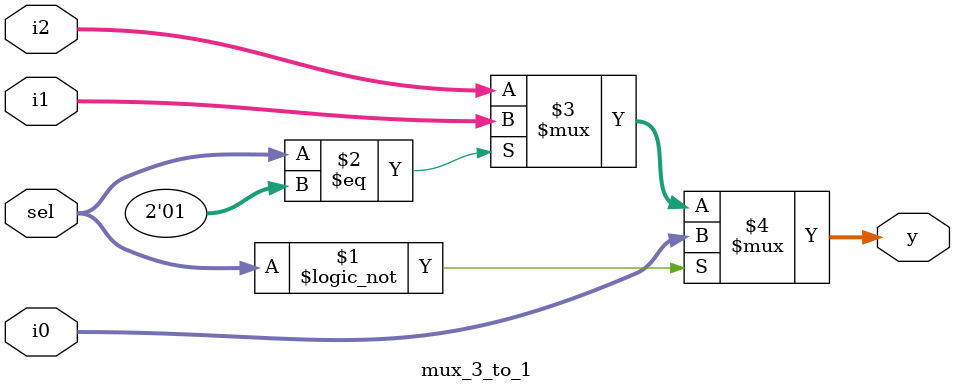
<source format=v>
module mux_3_to_1 (i0, i1, i2, sel, y);
	input [3:0] i0, i1, i2;
	input [1:0]sel;
	output [3:0] y;
	assign y = (sel==2'b00)? i0 : (sel==2'b01)? i1: i2;
endmodule

</source>
